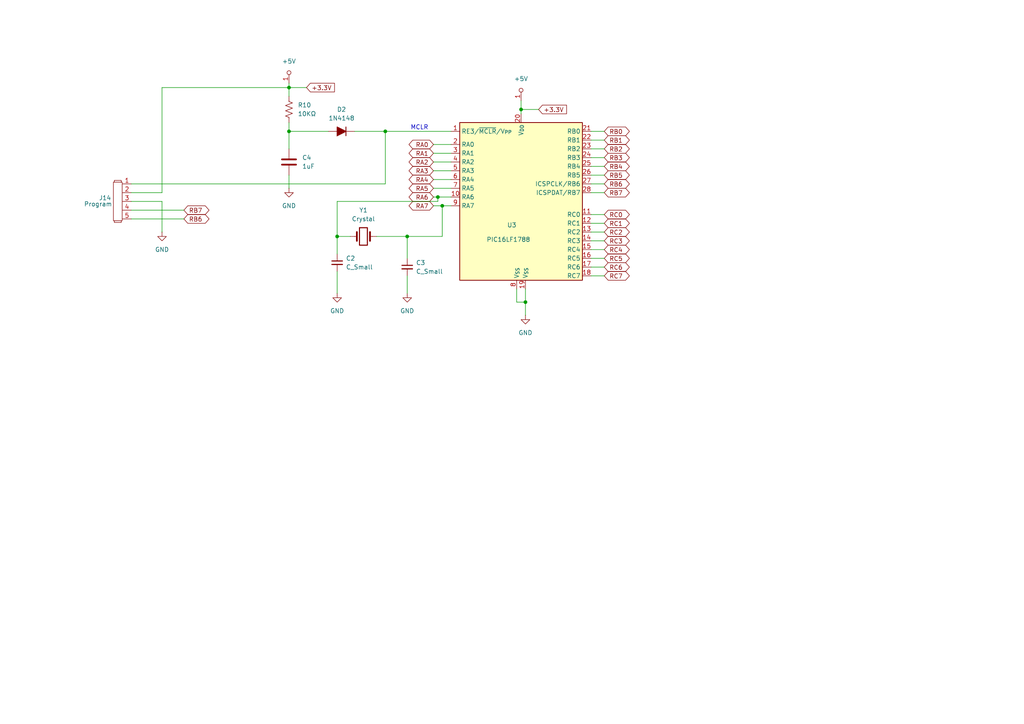
<source format=kicad_sch>
(kicad_sch
	(version 20250114)
	(generator "eeschema")
	(generator_version "9.0")
	(uuid "1cf797a2-2568-42f0-8944-2538e1de641f")
	(paper "A4")
	(title_block
		(title "Controller for Flooding Diorama")
		(date "2025-11-21")
		(rev "Revision 1")
		(company "Idaho State University College of Technology")
		(comment 1 "RCET Program")
		(comment 2 "Drawn By: Jacob Horsley")
	)
	(lib_symbols
		(symbol "Device:C"
			(pin_numbers
				(hide yes)
			)
			(pin_names
				(offset 0.254)
			)
			(exclude_from_sim no)
			(in_bom yes)
			(on_board yes)
			(property "Reference" "C"
				(at 0.635 2.54 0)
				(effects
					(font
						(size 1.27 1.27)
					)
					(justify left)
				)
			)
			(property "Value" "C"
				(at 0.635 -2.54 0)
				(effects
					(font
						(size 1.27 1.27)
					)
					(justify left)
				)
			)
			(property "Footprint" ""
				(at 0.9652 -3.81 0)
				(effects
					(font
						(size 1.27 1.27)
					)
					(hide yes)
				)
			)
			(property "Datasheet" "~"
				(at 0 0 0)
				(effects
					(font
						(size 1.27 1.27)
					)
					(hide yes)
				)
			)
			(property "Description" "Unpolarized capacitor"
				(at 0 0 0)
				(effects
					(font
						(size 1.27 1.27)
					)
					(hide yes)
				)
			)
			(property "ki_keywords" "cap capacitor"
				(at 0 0 0)
				(effects
					(font
						(size 1.27 1.27)
					)
					(hide yes)
				)
			)
			(property "ki_fp_filters" "C_*"
				(at 0 0 0)
				(effects
					(font
						(size 1.27 1.27)
					)
					(hide yes)
				)
			)
			(symbol "C_0_1"
				(polyline
					(pts
						(xy -2.032 0.762) (xy 2.032 0.762)
					)
					(stroke
						(width 0.508)
						(type default)
					)
					(fill
						(type none)
					)
				)
				(polyline
					(pts
						(xy -2.032 -0.762) (xy 2.032 -0.762)
					)
					(stroke
						(width 0.508)
						(type default)
					)
					(fill
						(type none)
					)
				)
			)
			(symbol "C_1_1"
				(pin passive line
					(at 0 3.81 270)
					(length 2.794)
					(name "~"
						(effects
							(font
								(size 1.27 1.27)
							)
						)
					)
					(number "1"
						(effects
							(font
								(size 1.27 1.27)
							)
						)
					)
				)
				(pin passive line
					(at 0 -3.81 90)
					(length 2.794)
					(name "~"
						(effects
							(font
								(size 1.27 1.27)
							)
						)
					)
					(number "2"
						(effects
							(font
								(size 1.27 1.27)
							)
						)
					)
				)
			)
			(embedded_fonts no)
		)
		(symbol "Device:C_Small"
			(pin_numbers
				(hide yes)
			)
			(pin_names
				(offset 0.254)
				(hide yes)
			)
			(exclude_from_sim no)
			(in_bom yes)
			(on_board yes)
			(property "Reference" "C"
				(at 0.254 1.778 0)
				(effects
					(font
						(size 1.27 1.27)
					)
					(justify left)
				)
			)
			(property "Value" "C_Small"
				(at 0.254 -2.032 0)
				(effects
					(font
						(size 1.27 1.27)
					)
					(justify left)
				)
			)
			(property "Footprint" ""
				(at 0 0 0)
				(effects
					(font
						(size 1.27 1.27)
					)
					(hide yes)
				)
			)
			(property "Datasheet" "~"
				(at 0 0 0)
				(effects
					(font
						(size 1.27 1.27)
					)
					(hide yes)
				)
			)
			(property "Description" "Unpolarized capacitor, small symbol"
				(at 0 0 0)
				(effects
					(font
						(size 1.27 1.27)
					)
					(hide yes)
				)
			)
			(property "ki_keywords" "capacitor cap"
				(at 0 0 0)
				(effects
					(font
						(size 1.27 1.27)
					)
					(hide yes)
				)
			)
			(property "ki_fp_filters" "C_*"
				(at 0 0 0)
				(effects
					(font
						(size 1.27 1.27)
					)
					(hide yes)
				)
			)
			(symbol "C_Small_0_1"
				(polyline
					(pts
						(xy -1.524 0.508) (xy 1.524 0.508)
					)
					(stroke
						(width 0.3048)
						(type default)
					)
					(fill
						(type none)
					)
				)
				(polyline
					(pts
						(xy -1.524 -0.508) (xy 1.524 -0.508)
					)
					(stroke
						(width 0.3302)
						(type default)
					)
					(fill
						(type none)
					)
				)
			)
			(symbol "C_Small_1_1"
				(pin passive line
					(at 0 2.54 270)
					(length 2.032)
					(name "~"
						(effects
							(font
								(size 1.27 1.27)
							)
						)
					)
					(number "1"
						(effects
							(font
								(size 1.27 1.27)
							)
						)
					)
				)
				(pin passive line
					(at 0 -2.54 90)
					(length 2.032)
					(name "~"
						(effects
							(font
								(size 1.27 1.27)
							)
						)
					)
					(number "2"
						(effects
							(font
								(size 1.27 1.27)
							)
						)
					)
				)
			)
			(embedded_fonts no)
		)
		(symbol "Device:Crystal"
			(pin_numbers
				(hide yes)
			)
			(pin_names
				(offset 1.016)
				(hide yes)
			)
			(exclude_from_sim no)
			(in_bom yes)
			(on_board yes)
			(property "Reference" "Y"
				(at 0 3.81 0)
				(effects
					(font
						(size 1.27 1.27)
					)
				)
			)
			(property "Value" "Crystal"
				(at 0 -3.81 0)
				(effects
					(font
						(size 1.27 1.27)
					)
				)
			)
			(property "Footprint" ""
				(at 0 0 0)
				(effects
					(font
						(size 1.27 1.27)
					)
					(hide yes)
				)
			)
			(property "Datasheet" "~"
				(at 0 0 0)
				(effects
					(font
						(size 1.27 1.27)
					)
					(hide yes)
				)
			)
			(property "Description" "Two pin crystal"
				(at 0 0 0)
				(effects
					(font
						(size 1.27 1.27)
					)
					(hide yes)
				)
			)
			(property "ki_keywords" "quartz ceramic resonator oscillator"
				(at 0 0 0)
				(effects
					(font
						(size 1.27 1.27)
					)
					(hide yes)
				)
			)
			(property "ki_fp_filters" "Crystal*"
				(at 0 0 0)
				(effects
					(font
						(size 1.27 1.27)
					)
					(hide yes)
				)
			)
			(symbol "Crystal_0_1"
				(polyline
					(pts
						(xy -2.54 0) (xy -1.905 0)
					)
					(stroke
						(width 0)
						(type default)
					)
					(fill
						(type none)
					)
				)
				(polyline
					(pts
						(xy -1.905 -1.27) (xy -1.905 1.27)
					)
					(stroke
						(width 0.508)
						(type default)
					)
					(fill
						(type none)
					)
				)
				(rectangle
					(start -1.143 2.54)
					(end 1.143 -2.54)
					(stroke
						(width 0.3048)
						(type default)
					)
					(fill
						(type none)
					)
				)
				(polyline
					(pts
						(xy 1.905 -1.27) (xy 1.905 1.27)
					)
					(stroke
						(width 0.508)
						(type default)
					)
					(fill
						(type none)
					)
				)
				(polyline
					(pts
						(xy 2.54 0) (xy 1.905 0)
					)
					(stroke
						(width 0)
						(type default)
					)
					(fill
						(type none)
					)
				)
			)
			(symbol "Crystal_1_1"
				(pin passive line
					(at -3.81 0 0)
					(length 1.27)
					(name "1"
						(effects
							(font
								(size 1.27 1.27)
							)
						)
					)
					(number "1"
						(effects
							(font
								(size 1.27 1.27)
							)
						)
					)
				)
				(pin passive line
					(at 3.81 0 180)
					(length 1.27)
					(name "2"
						(effects
							(font
								(size 1.27 1.27)
							)
						)
					)
					(number "2"
						(effects
							(font
								(size 1.27 1.27)
							)
						)
					)
				)
			)
			(embedded_fonts no)
		)
		(symbol "Device:R_US"
			(pin_numbers
				(hide yes)
			)
			(pin_names
				(offset 0)
			)
			(exclude_from_sim no)
			(in_bom yes)
			(on_board yes)
			(property "Reference" "R"
				(at 2.54 0 90)
				(effects
					(font
						(size 1.27 1.27)
					)
				)
			)
			(property "Value" "R_US"
				(at -2.54 0 90)
				(effects
					(font
						(size 1.27 1.27)
					)
				)
			)
			(property "Footprint" ""
				(at 1.016 -0.254 90)
				(effects
					(font
						(size 1.27 1.27)
					)
					(hide yes)
				)
			)
			(property "Datasheet" "~"
				(at 0 0 0)
				(effects
					(font
						(size 1.27 1.27)
					)
					(hide yes)
				)
			)
			(property "Description" "Resistor, US symbol"
				(at 0 0 0)
				(effects
					(font
						(size 1.27 1.27)
					)
					(hide yes)
				)
			)
			(property "ki_keywords" "R res resistor"
				(at 0 0 0)
				(effects
					(font
						(size 1.27 1.27)
					)
					(hide yes)
				)
			)
			(property "ki_fp_filters" "R_*"
				(at 0 0 0)
				(effects
					(font
						(size 1.27 1.27)
					)
					(hide yes)
				)
			)
			(symbol "R_US_0_1"
				(polyline
					(pts
						(xy 0 2.286) (xy 0 2.54)
					)
					(stroke
						(width 0)
						(type default)
					)
					(fill
						(type none)
					)
				)
				(polyline
					(pts
						(xy 0 2.286) (xy 1.016 1.905) (xy 0 1.524) (xy -1.016 1.143) (xy 0 0.762)
					)
					(stroke
						(width 0)
						(type default)
					)
					(fill
						(type none)
					)
				)
				(polyline
					(pts
						(xy 0 0.762) (xy 1.016 0.381) (xy 0 0) (xy -1.016 -0.381) (xy 0 -0.762)
					)
					(stroke
						(width 0)
						(type default)
					)
					(fill
						(type none)
					)
				)
				(polyline
					(pts
						(xy 0 -0.762) (xy 1.016 -1.143) (xy 0 -1.524) (xy -1.016 -1.905) (xy 0 -2.286)
					)
					(stroke
						(width 0)
						(type default)
					)
					(fill
						(type none)
					)
				)
				(polyline
					(pts
						(xy 0 -2.286) (xy 0 -2.54)
					)
					(stroke
						(width 0)
						(type default)
					)
					(fill
						(type none)
					)
				)
			)
			(symbol "R_US_1_1"
				(pin passive line
					(at 0 3.81 270)
					(length 1.27)
					(name "~"
						(effects
							(font
								(size 1.27 1.27)
							)
						)
					)
					(number "1"
						(effects
							(font
								(size 1.27 1.27)
							)
						)
					)
				)
				(pin passive line
					(at 0 -3.81 90)
					(length 1.27)
					(name "~"
						(effects
							(font
								(size 1.27 1.27)
							)
						)
					)
					(number "2"
						(effects
							(font
								(size 1.27 1.27)
							)
						)
					)
				)
			)
			(embedded_fonts no)
		)
		(symbol "Diode:1N4148"
			(pin_numbers
				(hide yes)
			)
			(pin_names
				(hide yes)
			)
			(exclude_from_sim no)
			(in_bom yes)
			(on_board yes)
			(property "Reference" "D2"
				(at 0 -6.35 0)
				(effects
					(font
						(size 1.27 1.27)
					)
				)
			)
			(property "Value" "1N4148"
				(at 0 -3.81 0)
				(effects
					(font
						(size 1.27 1.27)
					)
				)
			)
			(property "Footprint" "Diode_THT:D_DO-35_SOD27_P7.62mm_Horizontal"
				(at 0 0 0)
				(effects
					(font
						(size 1.27 1.27)
					)
					(hide yes)
				)
			)
			(property "Datasheet" "https://assets.nexperia.com/documents/data-sheet/1N4148_1N4448.pdf"
				(at 0 0 0)
				(effects
					(font
						(size 1.27 1.27)
					)
					(hide yes)
				)
			)
			(property "Description" "100V 0.15A standard switching diode, DO-35"
				(at 0 0 0)
				(effects
					(font
						(size 1.27 1.27)
					)
					(hide yes)
				)
			)
			(property "Sim.Device" "D"
				(at 0 0 0)
				(effects
					(font
						(size 1.27 1.27)
					)
					(hide yes)
				)
			)
			(property "Sim.Pins" "1=K 2=A"
				(at 0 0 0)
				(effects
					(font
						(size 1.27 1.27)
					)
					(hide yes)
				)
			)
			(property "ki_keywords" "diode"
				(at 0 0 0)
				(effects
					(font
						(size 1.27 1.27)
					)
					(hide yes)
				)
			)
			(property "ki_fp_filters" "D*DO?35*"
				(at 0 0 0)
				(effects
					(font
						(size 1.27 1.27)
					)
					(hide yes)
				)
			)
			(symbol "1N4148_0_1"
				(polyline
					(pts
						(xy -1.27 1.27) (xy -1.27 -1.27)
					)
					(stroke
						(width 0.254)
						(type default)
					)
					(fill
						(type none)
					)
				)
				(polyline
					(pts
						(xy 1.27 1.27) (xy 1.27 -1.27) (xy -1.27 0) (xy 1.27 1.27)
					)
					(stroke
						(width 0.254)
						(type default)
					)
					(fill
						(type outline)
					)
				)
				(polyline
					(pts
						(xy 1.27 0) (xy -1.27 0)
					)
					(stroke
						(width 0)
						(type default)
					)
					(fill
						(type none)
					)
				)
			)
			(symbol "1N4148_1_1"
				(pin passive line
					(at -3.81 0 0)
					(length 2.54)
					(name "K"
						(effects
							(font
								(size 1.27 1.27)
							)
						)
					)
					(number "1"
						(effects
							(font
								(size 1.27 1.27)
							)
						)
					)
				)
				(pin passive line
					(at 3.81 0 180)
					(length 2.54)
					(name "A"
						(effects
							(font
								(size 1.27 1.27)
							)
						)
					)
					(number "2"
						(effects
							(font
								(size 1.27 1.27)
							)
						)
					)
				)
			)
			(embedded_fonts no)
		)
		(symbol "MCU_Microchip_PIC16:PIC16LF1786-xML"
			(exclude_from_sim no)
			(in_bom yes)
			(on_board yes)
			(property "Reference" "U3"
				(at -5.334 -6.858 0)
				(effects
					(font
						(size 1.27 1.27)
					)
					(justify left)
				)
			)
			(property "Value" "PIC16LF1788"
				(at -11.303 -11.049 0)
				(effects
					(font
						(size 1.27 1.27)
					)
					(justify left)
				)
			)
			(property "Footprint" "Package_DFN_QFN:QFN-28-1EP_6x6mm_P0.65mm_EP4.25x4.25mm"
				(at 0 -32.004 0)
				(effects
					(font
						(size 1.27 1.27)
						(italic yes)
					)
					(hide yes)
				)
			)
			(property "Datasheet" "http://ww1.microchip.com/downloads/en/DeviceDoc/40001637C.pdf"
				(at 0 -34.0106 0)
				(effects
					(font
						(size 1.27 1.27)
					)
					(hide yes)
				)
			)
			(property "Description" "8-bit Flash MCU, 32MHz, 16KB Flash, 1KB RAM, 256B EEPROM, QFN-28"
				(at -1.778 32.258 0)
				(effects
					(font
						(size 1.27 1.27)
					)
					(hide yes)
				)
			)
			(property "ki_keywords" "FLASH-Based 8-Bit CMOS Microcontroller XLP"
				(at 0 0 0)
				(effects
					(font
						(size 1.27 1.27)
					)
					(hide yes)
				)
			)
			(property "ki_fp_filters" "QFN*1EP*6x6mm*P0.65mm*"
				(at 0 0 0)
				(effects
					(font
						(size 1.27 1.27)
					)
					(hide yes)
				)
			)
			(symbol "PIC16LF1786-xML_0_1"
				(rectangle
					(start -19.05 22.86)
					(end 16.51 -22.86)
					(stroke
						(width 0.254)
						(type default)
					)
					(fill
						(type background)
					)
				)
			)
			(symbol "PIC16LF1786-xML_1_1"
				(pin input line
					(at -21.59 20.32 0)
					(length 2.54)
					(name "RE3/~{MCLR}/V_{PP}"
						(effects
							(font
								(size 1.27 1.27)
							)
						)
					)
					(number "1"
						(effects
							(font
								(size 1.27 1.27)
							)
						)
					)
				)
				(pin bidirectional line
					(at -21.59 16.51 0)
					(length 2.54)
					(name "RA0"
						(effects
							(font
								(size 1.27 1.27)
							)
						)
					)
					(number "2"
						(effects
							(font
								(size 1.27 1.27)
							)
						)
					)
				)
				(pin bidirectional line
					(at -21.59 13.97 0)
					(length 2.54)
					(name "RA1"
						(effects
							(font
								(size 1.27 1.27)
							)
						)
					)
					(number "3"
						(effects
							(font
								(size 1.27 1.27)
							)
						)
					)
				)
				(pin bidirectional line
					(at -21.59 11.43 0)
					(length 2.54)
					(name "RA2"
						(effects
							(font
								(size 1.27 1.27)
							)
						)
					)
					(number "4"
						(effects
							(font
								(size 1.27 1.27)
							)
						)
					)
				)
				(pin bidirectional line
					(at -21.59 8.89 0)
					(length 2.54)
					(name "RA3"
						(effects
							(font
								(size 1.27 1.27)
							)
						)
					)
					(number "5"
						(effects
							(font
								(size 1.27 1.27)
							)
						)
					)
				)
				(pin bidirectional line
					(at -21.59 6.35 0)
					(length 2.54)
					(name "RA4"
						(effects
							(font
								(size 1.27 1.27)
							)
						)
					)
					(number "6"
						(effects
							(font
								(size 1.27 1.27)
							)
						)
					)
				)
				(pin bidirectional line
					(at -21.59 3.81 0)
					(length 2.54)
					(name "RA5"
						(effects
							(font
								(size 1.27 1.27)
							)
						)
					)
					(number "7"
						(effects
							(font
								(size 1.27 1.27)
							)
						)
					)
				)
				(pin bidirectional line
					(at -21.59 1.27 0)
					(length 2.54)
					(name "RA6"
						(effects
							(font
								(size 1.27 1.27)
							)
						)
					)
					(number "10"
						(effects
							(font
								(size 1.27 1.27)
							)
						)
					)
				)
				(pin bidirectional line
					(at -21.59 -1.27 0)
					(length 2.54)
					(name "RA7"
						(effects
							(font
								(size 1.27 1.27)
							)
						)
					)
					(number "9"
						(effects
							(font
								(size 1.27 1.27)
							)
						)
					)
				)
				(pin passive line
					(at -2.54 -25.4 90)
					(length 2.54)
					(name "V_{SS}"
						(effects
							(font
								(size 1.27 1.27)
							)
						)
					)
					(number "8"
						(effects
							(font
								(size 1.27 1.27)
							)
						)
					)
				)
				(pin power_in line
					(at -1.27 25.4 270)
					(length 2.54)
					(name "V_{DD}"
						(effects
							(font
								(size 1.27 1.27)
							)
						)
					)
					(number "20"
						(effects
							(font
								(size 1.27 1.27)
							)
						)
					)
				)
				(pin power_in line
					(at 0 -25.4 90)
					(length 2.54)
					(name "V_{SS}"
						(effects
							(font
								(size 1.27 1.27)
							)
						)
					)
					(number "19"
						(effects
							(font
								(size 1.27 1.27)
							)
						)
					)
				)
				(pin bidirectional line
					(at 19.05 20.32 180)
					(length 2.54)
					(name "RB0"
						(effects
							(font
								(size 1.27 1.27)
							)
						)
					)
					(number "21"
						(effects
							(font
								(size 1.27 1.27)
							)
						)
					)
				)
				(pin bidirectional line
					(at 19.05 17.78 180)
					(length 2.54)
					(name "RB1"
						(effects
							(font
								(size 1.27 1.27)
							)
						)
					)
					(number "22"
						(effects
							(font
								(size 1.27 1.27)
							)
						)
					)
				)
				(pin bidirectional line
					(at 19.05 15.24 180)
					(length 2.54)
					(name "RB2"
						(effects
							(font
								(size 1.27 1.27)
							)
						)
					)
					(number "23"
						(effects
							(font
								(size 1.27 1.27)
							)
						)
					)
				)
				(pin bidirectional line
					(at 19.05 12.7 180)
					(length 2.54)
					(name "RB3"
						(effects
							(font
								(size 1.27 1.27)
							)
						)
					)
					(number "24"
						(effects
							(font
								(size 1.27 1.27)
							)
						)
					)
				)
				(pin bidirectional line
					(at 19.05 10.16 180)
					(length 2.54)
					(name "RB4"
						(effects
							(font
								(size 1.27 1.27)
							)
						)
					)
					(number "25"
						(effects
							(font
								(size 1.27 1.27)
							)
						)
					)
				)
				(pin bidirectional line
					(at 19.05 7.62 180)
					(length 2.54)
					(name "RB5"
						(effects
							(font
								(size 1.27 1.27)
							)
						)
					)
					(number "26"
						(effects
							(font
								(size 1.27 1.27)
							)
						)
					)
				)
				(pin bidirectional line
					(at 19.05 5.08 180)
					(length 2.54)
					(name "ICSPCLK/RB6"
						(effects
							(font
								(size 1.27 1.27)
							)
						)
					)
					(number "27"
						(effects
							(font
								(size 1.27 1.27)
							)
						)
					)
				)
				(pin bidirectional line
					(at 19.05 2.54 180)
					(length 2.54)
					(name "ICSPDAT/RB7"
						(effects
							(font
								(size 1.27 1.27)
							)
						)
					)
					(number "28"
						(effects
							(font
								(size 1.27 1.27)
							)
						)
					)
				)
				(pin bidirectional line
					(at 19.05 -3.81 180)
					(length 2.54)
					(name "RC0"
						(effects
							(font
								(size 1.27 1.27)
							)
						)
					)
					(number "11"
						(effects
							(font
								(size 1.27 1.27)
							)
						)
					)
				)
				(pin bidirectional line
					(at 19.05 -6.35 180)
					(length 2.54)
					(name "RC1"
						(effects
							(font
								(size 1.27 1.27)
							)
						)
					)
					(number "12"
						(effects
							(font
								(size 1.27 1.27)
							)
						)
					)
				)
				(pin bidirectional line
					(at 19.05 -8.89 180)
					(length 2.54)
					(name "RC2"
						(effects
							(font
								(size 1.27 1.27)
							)
						)
					)
					(number "13"
						(effects
							(font
								(size 1.27 1.27)
							)
						)
					)
				)
				(pin bidirectional line
					(at 19.05 -11.43 180)
					(length 2.54)
					(name "RC3"
						(effects
							(font
								(size 1.27 1.27)
							)
						)
					)
					(number "14"
						(effects
							(font
								(size 1.27 1.27)
							)
						)
					)
				)
				(pin bidirectional line
					(at 19.05 -13.97 180)
					(length 2.54)
					(name "RC4"
						(effects
							(font
								(size 1.27 1.27)
							)
						)
					)
					(number "15"
						(effects
							(font
								(size 1.27 1.27)
							)
						)
					)
				)
				(pin bidirectional line
					(at 19.05 -16.51 180)
					(length 2.54)
					(name "RC5"
						(effects
							(font
								(size 1.27 1.27)
							)
						)
					)
					(number "16"
						(effects
							(font
								(size 1.27 1.27)
							)
						)
					)
				)
				(pin bidirectional line
					(at 19.05 -19.05 180)
					(length 2.54)
					(name "RC6"
						(effects
							(font
								(size 1.27 1.27)
							)
						)
					)
					(number "17"
						(effects
							(font
								(size 1.27 1.27)
							)
						)
					)
				)
				(pin bidirectional line
					(at 19.05 -21.59 180)
					(length 2.54)
					(name "RC7"
						(effects
							(font
								(size 1.27 1.27)
							)
						)
					)
					(number "18"
						(effects
							(font
								(size 1.27 1.27)
							)
						)
					)
				)
			)
			(embedded_fonts no)
		)
		(symbol "New_Library_2:+5V"
			(power)
			(exclude_from_sim no)
			(in_bom no)
			(on_board no)
			(property "Reference" "#PWR028"
				(at 0 0.254 0)
				(effects
					(font
						(size 1.27 1.27)
					)
					(hide yes)
				)
			)
			(property "Value" "+5V"
				(at 0 3.81 0)
				(effects
					(font
						(size 1.27 1.27)
					)
				)
			)
			(property "Footprint" ""
				(at 0 0 0)
				(effects
					(font
						(size 1.27 1.27)
					)
					(hide yes)
				)
			)
			(property "Datasheet" ""
				(at 0 0 0)
				(effects
					(font
						(size 1.27 1.27)
					)
					(hide yes)
				)
			)
			(property "Description" ""
				(at 0 0 0)
				(effects
					(font
						(size 1.27 1.27)
					)
					(hide yes)
				)
			)
			(symbol "+5V_0_1"
				(circle
					(center 0 0.508)
					(radius 0.568)
					(stroke
						(width 0)
						(type default)
					)
					(fill
						(type none)
					)
				)
			)
			(symbol "+5V_1_1"
				(pin power_out line
					(at 0 -2.54 90)
					(length 2.54)
					(name ""
						(effects
							(font
								(size 1.27 1.27)
							)
						)
					)
					(number "1"
						(effects
							(font
								(size 1.27 1.27)
							)
						)
					)
				)
			)
			(embedded_fonts no)
		)
		(symbol "New_Library_2:Four_Pin_Header_Revised"
			(exclude_from_sim no)
			(in_bom yes)
			(on_board yes)
			(property "Reference" "U2"
				(at -0.127 9.779 0)
				(effects
					(font
						(size 1.27 1.27)
					)
				)
			)
			(property "Value" "~"
				(at 0.0635 -4.826 0)
				(effects
					(font
						(size 1.27 1.27)
					)
				)
			)
			(property "Footprint" ""
				(at 0.127 0.254 0)
				(effects
					(font
						(size 1.27 1.27)
					)
					(hide yes)
				)
			)
			(property "Datasheet" ""
				(at 0.127 0.254 0)
				(effects
					(font
						(size 1.27 1.27)
					)
					(hide yes)
				)
			)
			(property "Description" ""
				(at 0.127 0.254 0)
				(effects
					(font
						(size 1.27 1.27)
					)
					(hide yes)
				)
			)
			(symbol "Four_Pin_Header_Revised_0_1"
				(rectangle
					(start -1.143 6.858)
					(end 1.397 -4.318)
					(stroke
						(width 0)
						(type default)
					)
					(fill
						(type none)
					)
				)
				(polyline
					(pts
						(xy -0.889 6.858) (xy -0.889 7.366) (xy 1.143 7.366) (xy 1.143 6.858) (xy 1.143 6.985)
					)
					(stroke
						(width 0)
						(type default)
					)
					(fill
						(type none)
					)
				)
				(polyline
					(pts
						(xy 1.143 -4.318) (xy 1.143 -4.826) (xy -0.889 -4.826) (xy -0.889 -4.318) (xy -0.889 -4.445)
					)
					(stroke
						(width 0)
						(type default)
					)
					(fill
						(type none)
					)
				)
			)
			(symbol "Four_Pin_Header_Revised_1_1"
				(pin bidirectional line
					(at -3.81 6.35 0)
					(length 2.54)
					(name ""
						(effects
							(font
								(size 1.27 1.27)
							)
						)
					)
					(number "1"
						(effects
							(font
								(size 1.27 1.27)
							)
						)
					)
				)
				(pin bidirectional line
					(at -3.81 3.81 0)
					(length 2.54)
					(name ""
						(effects
							(font
								(size 1.27 1.27)
							)
						)
					)
					(number "2"
						(effects
							(font
								(size 1.27 1.27)
							)
						)
					)
				)
				(pin bidirectional line
					(at -3.81 1.27 0)
					(length 2.54)
					(name ""
						(effects
							(font
								(size 1.27 1.27)
							)
						)
					)
					(number "3"
						(effects
							(font
								(size 1.27 1.27)
							)
						)
					)
				)
				(pin bidirectional line
					(at -3.81 -1.27 0)
					(length 2.54)
					(name ""
						(effects
							(font
								(size 1.27 1.27)
							)
						)
					)
					(number "4"
						(effects
							(font
								(size 1.27 1.27)
							)
						)
					)
				)
				(pin input line
					(at -3.81 -3.81 0)
					(length 2.54)
					(name "~"
						(effects
							(font
								(size 1.27 1.27)
							)
						)
					)
					(number "5"
						(effects
							(font
								(size 1.27 1.27)
							)
						)
					)
				)
			)
			(embedded_fonts no)
		)
		(symbol "power:GND"
			(power)
			(pin_numbers
				(hide yes)
			)
			(pin_names
				(offset 0)
				(hide yes)
			)
			(exclude_from_sim no)
			(in_bom yes)
			(on_board yes)
			(property "Reference" "#PWR"
				(at 0 -6.35 0)
				(effects
					(font
						(size 1.27 1.27)
					)
					(hide yes)
				)
			)
			(property "Value" "GND"
				(at 0 -3.81 0)
				(effects
					(font
						(size 1.27 1.27)
					)
				)
			)
			(property "Footprint" ""
				(at 0 0 0)
				(effects
					(font
						(size 1.27 1.27)
					)
					(hide yes)
				)
			)
			(property "Datasheet" ""
				(at 0 0 0)
				(effects
					(font
						(size 1.27 1.27)
					)
					(hide yes)
				)
			)
			(property "Description" "Power symbol creates a global label with name \"GND\" , ground"
				(at 0 0 0)
				(effects
					(font
						(size 1.27 1.27)
					)
					(hide yes)
				)
			)
			(property "ki_keywords" "global power"
				(at 0 0 0)
				(effects
					(font
						(size 1.27 1.27)
					)
					(hide yes)
				)
			)
			(symbol "GND_0_1"
				(polyline
					(pts
						(xy 0 0) (xy 0 -1.27) (xy 1.27 -1.27) (xy 0 -2.54) (xy -1.27 -1.27) (xy 0 -1.27)
					)
					(stroke
						(width 0)
						(type default)
					)
					(fill
						(type none)
					)
				)
			)
			(symbol "GND_1_1"
				(pin power_in line
					(at 0 0 270)
					(length 0)
					(name "~"
						(effects
							(font
								(size 1.27 1.27)
							)
						)
					)
					(number "1"
						(effects
							(font
								(size 1.27 1.27)
							)
						)
					)
				)
			)
			(embedded_fonts no)
		)
	)
	(text "MCLR\n"
		(exclude_from_sim no)
		(at 121.666 37.084 0)
		(effects
			(font
				(size 1.27 1.27)
			)
		)
		(uuid "7f641e28-5ddf-4013-9394-27228aa84ab4")
	)
	(junction
		(at 111.76 38.1)
		(diameter 0)
		(color 0 0 0 0)
		(uuid "0b920055-51ce-4ad4-9e84-47711a74c7f5")
	)
	(junction
		(at 151.13 31.75)
		(diameter 0)
		(color 0 0 0 0)
		(uuid "15bfc247-f625-4a04-81a6-bc96a43c3675")
	)
	(junction
		(at 152.4 87.63)
		(diameter 0)
		(color 0 0 0 0)
		(uuid "15c3cea4-93e1-422e-bc6c-a103d95f3398")
	)
	(junction
		(at 118.11 68.58)
		(diameter 0)
		(color 0 0 0 0)
		(uuid "30aa9836-499e-4510-8af1-09956c6a3e3d")
	)
	(junction
		(at 128.27 59.69)
		(diameter 0)
		(color 0 0 0 0)
		(uuid "776c0ade-b5d8-4f13-a967-65987f3cf4b1")
	)
	(junction
		(at 127 57.15)
		(diameter 0)
		(color 0 0 0 0)
		(uuid "7b3ca4d5-dc71-49f4-969f-b19863b3dc2a")
	)
	(junction
		(at 83.82 25.4)
		(diameter 0)
		(color 0 0 0 0)
		(uuid "a309f338-1256-48ef-9bcb-d626dfa4beed")
	)
	(junction
		(at 83.82 38.1)
		(diameter 0)
		(color 0 0 0 0)
		(uuid "b96c8407-f0f6-4396-bfb2-483eb26235bb")
	)
	(junction
		(at 97.79 68.58)
		(diameter 0)
		(color 0 0 0 0)
		(uuid "c794113c-670f-47d8-b811-aa399d553460")
	)
	(wire
		(pts
			(xy 125.73 46.99) (xy 130.81 46.99)
		)
		(stroke
			(width 0)
			(type default)
		)
		(uuid "01a77258-b059-4805-8b78-cfe022663df3")
	)
	(wire
		(pts
			(xy 171.45 50.8) (xy 175.26 50.8)
		)
		(stroke
			(width 0)
			(type default)
		)
		(uuid "024ca8d4-aab2-4526-b336-abe7654cfacd")
	)
	(wire
		(pts
			(xy 125.73 52.07) (xy 130.81 52.07)
		)
		(stroke
			(width 0)
			(type default)
		)
		(uuid "0452d3cb-388c-415e-93d1-de3247029cbf")
	)
	(wire
		(pts
			(xy 97.79 73.66) (xy 97.79 68.58)
		)
		(stroke
			(width 0)
			(type default)
		)
		(uuid "04e9ddbc-1be7-4141-8e55-011f391c8c8d")
	)
	(wire
		(pts
			(xy 127 57.15) (xy 130.81 57.15)
		)
		(stroke
			(width 0)
			(type default)
		)
		(uuid "06219300-6418-41f6-a699-945ed9bd76dc")
	)
	(wire
		(pts
			(xy 109.22 68.58) (xy 118.11 68.58)
		)
		(stroke
			(width 0)
			(type default)
		)
		(uuid "18fa6f4d-2421-4b82-9e8b-ec125b7c95c6")
	)
	(wire
		(pts
			(xy 171.45 40.64) (xy 175.26 40.64)
		)
		(stroke
			(width 0)
			(type default)
		)
		(uuid "213d425d-87e9-4c2d-a199-edf69268a546")
	)
	(wire
		(pts
			(xy 127 58.42) (xy 127 57.15)
		)
		(stroke
			(width 0)
			(type default)
		)
		(uuid "21bcdd56-c5b7-4821-9e71-bda2f694d041")
	)
	(wire
		(pts
			(xy 171.45 67.31) (xy 175.26 67.31)
		)
		(stroke
			(width 0)
			(type default)
		)
		(uuid "22786e72-63c9-4d09-bfe5-6269aaa8c923")
	)
	(wire
		(pts
			(xy 38.1 60.96) (xy 53.34 60.96)
		)
		(stroke
			(width 0)
			(type default)
		)
		(uuid "29fe8312-e847-41d4-897a-dcb4fc21e364")
	)
	(wire
		(pts
			(xy 38.1 55.88) (xy 46.99 55.88)
		)
		(stroke
			(width 0)
			(type default)
		)
		(uuid "2a7822c0-71f2-4e9b-9c91-5316bb198acd")
	)
	(wire
		(pts
			(xy 83.82 25.4) (xy 83.82 27.94)
		)
		(stroke
			(width 0)
			(type default)
		)
		(uuid "2db14f62-4bcc-4a72-9d73-fffeb587aa32")
	)
	(wire
		(pts
			(xy 128.27 68.58) (xy 128.27 59.69)
		)
		(stroke
			(width 0)
			(type default)
		)
		(uuid "33e430b1-4cfc-45ac-a914-ebac49914dd9")
	)
	(wire
		(pts
			(xy 125.73 54.61) (xy 130.81 54.61)
		)
		(stroke
			(width 0)
			(type default)
		)
		(uuid "37349c3f-a676-459b-8c3f-b24cfed7c074")
	)
	(wire
		(pts
			(xy 152.4 83.82) (xy 152.4 87.63)
		)
		(stroke
			(width 0)
			(type default)
		)
		(uuid "398c2cc5-d731-4b3a-8460-5902e9c31b32")
	)
	(wire
		(pts
			(xy 83.82 38.1) (xy 83.82 43.18)
		)
		(stroke
			(width 0)
			(type default)
		)
		(uuid "3eef88a4-4f2e-4e0b-93f4-964026304fde")
	)
	(wire
		(pts
			(xy 83.82 38.1) (xy 95.25 38.1)
		)
		(stroke
			(width 0)
			(type default)
		)
		(uuid "4c217be0-a863-4088-85b5-a647fff7e0b9")
	)
	(wire
		(pts
			(xy 46.99 25.4) (xy 83.82 25.4)
		)
		(stroke
			(width 0)
			(type default)
		)
		(uuid "514b335c-eb8f-4c5b-891b-6bc7f61d6104")
	)
	(wire
		(pts
			(xy 171.45 48.26) (xy 175.26 48.26)
		)
		(stroke
			(width 0)
			(type default)
		)
		(uuid "5224e391-10dd-4bfa-82ac-a4e2efa00bf7")
	)
	(wire
		(pts
			(xy 171.45 77.47) (xy 175.26 77.47)
		)
		(stroke
			(width 0)
			(type default)
		)
		(uuid "529d9d4e-1b00-4f86-8ce3-c97041260d18")
	)
	(wire
		(pts
			(xy 46.99 58.42) (xy 46.99 67.31)
		)
		(stroke
			(width 0)
			(type default)
		)
		(uuid "5c4330ad-5613-4fa3-85c5-bb0a93101394")
	)
	(wire
		(pts
			(xy 83.82 35.56) (xy 83.82 38.1)
		)
		(stroke
			(width 0)
			(type default)
		)
		(uuid "5fe4d29e-b434-4d13-a9da-06f80e8e1595")
	)
	(wire
		(pts
			(xy 171.45 55.88) (xy 175.26 55.88)
		)
		(stroke
			(width 0)
			(type default)
		)
		(uuid "690fe55d-5af8-48e8-8e6f-9e7af0e082e4")
	)
	(wire
		(pts
			(xy 102.87 38.1) (xy 111.76 38.1)
		)
		(stroke
			(width 0)
			(type default)
		)
		(uuid "69a5394d-89fa-4e21-aa29-abeda437a358")
	)
	(wire
		(pts
			(xy 83.82 50.8) (xy 83.82 54.61)
		)
		(stroke
			(width 0)
			(type default)
		)
		(uuid "69b799d9-5f71-42fb-9cb1-6b4bc7e7c41c")
	)
	(wire
		(pts
			(xy 171.45 80.01) (xy 175.26 80.01)
		)
		(stroke
			(width 0)
			(type default)
		)
		(uuid "6a800622-abc8-4c2a-816d-4a040e7d65c0")
	)
	(wire
		(pts
			(xy 149.86 83.82) (xy 149.86 87.63)
		)
		(stroke
			(width 0)
			(type default)
		)
		(uuid "70df75ed-aa92-4aee-a7ca-bd7ad030120a")
	)
	(wire
		(pts
			(xy 152.4 87.63) (xy 152.4 91.44)
		)
		(stroke
			(width 0)
			(type default)
		)
		(uuid "729e03b3-32ae-41f7-bd64-5ad0bb738327")
	)
	(wire
		(pts
			(xy 171.45 69.85) (xy 175.26 69.85)
		)
		(stroke
			(width 0)
			(type default)
		)
		(uuid "7b4bd28a-51b0-4102-8579-5d28f3861247")
	)
	(wire
		(pts
			(xy 118.11 80.01) (xy 118.11 85.09)
		)
		(stroke
			(width 0)
			(type default)
		)
		(uuid "89d48b04-e2b1-4b46-b9f7-b81425801170")
	)
	(wire
		(pts
			(xy 171.45 72.39) (xy 175.26 72.39)
		)
		(stroke
			(width 0)
			(type default)
		)
		(uuid "8c6f6131-10c1-4fc9-bf28-79bfe561f1c2")
	)
	(wire
		(pts
			(xy 149.86 87.63) (xy 152.4 87.63)
		)
		(stroke
			(width 0)
			(type default)
		)
		(uuid "94276801-7c0d-4739-849d-591e3608448c")
	)
	(wire
		(pts
			(xy 83.82 25.4) (xy 88.9 25.4)
		)
		(stroke
			(width 0)
			(type default)
		)
		(uuid "97809253-37f3-4cea-8cef-085017f25a70")
	)
	(wire
		(pts
			(xy 97.79 68.58) (xy 97.79 58.42)
		)
		(stroke
			(width 0)
			(type default)
		)
		(uuid "98269c3e-7675-4605-bb56-8f92d124db5e")
	)
	(wire
		(pts
			(xy 171.45 62.23) (xy 175.26 62.23)
		)
		(stroke
			(width 0)
			(type default)
		)
		(uuid "9fa01bb2-804e-44d5-85c8-76c668b2b18a")
	)
	(wire
		(pts
			(xy 97.79 68.58) (xy 101.6 68.58)
		)
		(stroke
			(width 0)
			(type default)
		)
		(uuid "a2465417-636d-42d2-b9e5-a32982742f14")
	)
	(wire
		(pts
			(xy 125.73 59.69) (xy 128.27 59.69)
		)
		(stroke
			(width 0)
			(type default)
		)
		(uuid "a8718bfe-10fa-4fcc-b136-b9991f5a2882")
	)
	(wire
		(pts
			(xy 83.82 24.13) (xy 83.82 25.4)
		)
		(stroke
			(width 0)
			(type default)
		)
		(uuid "aec2d0ba-2540-4ead-8a9e-637e13a3a9b9")
	)
	(wire
		(pts
			(xy 38.1 58.42) (xy 46.99 58.42)
		)
		(stroke
			(width 0)
			(type default)
		)
		(uuid "b053bfea-ac31-4532-8b51-8485282646e2")
	)
	(wire
		(pts
			(xy 111.76 53.34) (xy 111.76 38.1)
		)
		(stroke
			(width 0)
			(type default)
		)
		(uuid "b07d028f-8835-42a9-924d-35ffd9394da0")
	)
	(wire
		(pts
			(xy 125.73 44.45) (xy 130.81 44.45)
		)
		(stroke
			(width 0)
			(type default)
		)
		(uuid "b26ab9f9-056e-4934-ad6a-1097a2611a7c")
	)
	(wire
		(pts
			(xy 128.27 59.69) (xy 130.81 59.69)
		)
		(stroke
			(width 0)
			(type default)
		)
		(uuid "b2f05493-3012-40aa-a370-fa43f80c767c")
	)
	(wire
		(pts
			(xy 111.76 38.1) (xy 130.81 38.1)
		)
		(stroke
			(width 0)
			(type default)
		)
		(uuid "b3c5c0ce-e04a-4565-856f-19835a16d4c5")
	)
	(wire
		(pts
			(xy 171.45 45.72) (xy 175.26 45.72)
		)
		(stroke
			(width 0)
			(type default)
		)
		(uuid "bb870bde-072d-41a8-87e8-61d54e4ab5c7")
	)
	(wire
		(pts
			(xy 151.13 31.75) (xy 156.21 31.75)
		)
		(stroke
			(width 0)
			(type default)
		)
		(uuid "bfb34c50-14e8-419c-b152-825d498e7584")
	)
	(wire
		(pts
			(xy 125.73 57.15) (xy 127 57.15)
		)
		(stroke
			(width 0)
			(type default)
		)
		(uuid "c1e97a1f-4751-4a49-8631-91f97876d592")
	)
	(wire
		(pts
			(xy 171.45 74.93) (xy 175.26 74.93)
		)
		(stroke
			(width 0)
			(type default)
		)
		(uuid "c23edacf-2032-45c3-9a5e-d44ffc06c0b0")
	)
	(wire
		(pts
			(xy 171.45 64.77) (xy 175.26 64.77)
		)
		(stroke
			(width 0)
			(type default)
		)
		(uuid "cc7794ef-e329-4165-bdd1-26093b4be59c")
	)
	(wire
		(pts
			(xy 171.45 38.1) (xy 175.26 38.1)
		)
		(stroke
			(width 0)
			(type default)
		)
		(uuid "d0f261e8-4b3d-4f8c-89a8-9102324fab54")
	)
	(wire
		(pts
			(xy 125.73 49.53) (xy 130.81 49.53)
		)
		(stroke
			(width 0)
			(type default)
		)
		(uuid "d1c407b7-e627-4c1a-b538-14b97e0fd598")
	)
	(wire
		(pts
			(xy 97.79 78.74) (xy 97.79 85.09)
		)
		(stroke
			(width 0)
			(type default)
		)
		(uuid "d349a71f-eb15-43ce-9f98-3cdaaff453a8")
	)
	(wire
		(pts
			(xy 97.79 58.42) (xy 127 58.42)
		)
		(stroke
			(width 0)
			(type default)
		)
		(uuid "d56ceb65-ce21-4c93-a907-81fa1df2ba5e")
	)
	(wire
		(pts
			(xy 151.13 29.21) (xy 151.13 31.75)
		)
		(stroke
			(width 0)
			(type default)
		)
		(uuid "d71bb28e-9446-4f69-948b-f64c32f35c15")
	)
	(wire
		(pts
			(xy 118.11 68.58) (xy 128.27 68.58)
		)
		(stroke
			(width 0)
			(type default)
		)
		(uuid "d9a0b2f4-ec4e-4b21-b606-9aecbf9d4805")
	)
	(wire
		(pts
			(xy 38.1 53.34) (xy 111.76 53.34)
		)
		(stroke
			(width 0)
			(type default)
		)
		(uuid "e2ed65a0-ad02-4626-9f1d-bc8f17798030")
	)
	(wire
		(pts
			(xy 151.13 31.75) (xy 151.13 33.02)
		)
		(stroke
			(width 0)
			(type default)
		)
		(uuid "e37085eb-ac90-48e2-b338-f4a4dcadb4e5")
	)
	(wire
		(pts
			(xy 118.11 68.58) (xy 118.11 74.93)
		)
		(stroke
			(width 0)
			(type default)
		)
		(uuid "e51d5e67-c055-4bc7-bef2-0033c9239ef1")
	)
	(wire
		(pts
			(xy 38.1 63.5) (xy 53.34 63.5)
		)
		(stroke
			(width 0)
			(type default)
		)
		(uuid "e827b6a1-ba28-4f1d-8786-854afc8468e9")
	)
	(wire
		(pts
			(xy 46.99 25.4) (xy 46.99 55.88)
		)
		(stroke
			(width 0)
			(type default)
		)
		(uuid "eab6c01f-f450-47ff-bdcd-7e856ab58204")
	)
	(wire
		(pts
			(xy 171.45 43.18) (xy 175.26 43.18)
		)
		(stroke
			(width 0)
			(type default)
		)
		(uuid "eb235235-55dd-4647-a9f6-6987129bd769")
	)
	(wire
		(pts
			(xy 171.45 53.34) (xy 175.26 53.34)
		)
		(stroke
			(width 0)
			(type default)
		)
		(uuid "ed6f764b-80d5-49f4-bfe0-99373b19722a")
	)
	(wire
		(pts
			(xy 125.73 41.91) (xy 130.81 41.91)
		)
		(stroke
			(width 0)
			(type default)
		)
		(uuid "f98970fe-9798-4ba4-afe6-9e7f0fcace65")
	)
	(global_label "RC6"
		(shape bidirectional)
		(at 175.26 77.47 0)
		(fields_autoplaced yes)
		(effects
			(font
				(size 1.27 1.27)
			)
			(justify left)
		)
		(uuid "0123ff69-23ad-41a7-ad99-46a61ec3e5b1")
		(property "Intersheetrefs" "${INTERSHEET_REFS}"
			(at 183.106 77.47 0)
			(effects
				(font
					(size 1.27 1.27)
				)
				(justify left)
				(hide yes)
			)
		)
	)
	(global_label "RB2"
		(shape bidirectional)
		(at 175.26 43.18 0)
		(fields_autoplaced yes)
		(effects
			(font
				(size 1.27 1.27)
			)
			(justify left)
		)
		(uuid "0375fed4-323c-4248-b38c-19f599b1c2d6")
		(property "Intersheetrefs" "${INTERSHEET_REFS}"
			(at 183.106 43.18 0)
			(effects
				(font
					(size 1.27 1.27)
				)
				(justify left)
				(hide yes)
			)
		)
	)
	(global_label "RB7"
		(shape bidirectional)
		(at 53.34 60.96 0)
		(fields_autoplaced yes)
		(effects
			(font
				(size 1.27 1.27)
			)
			(justify left)
		)
		(uuid "0d5f01d1-5e16-4328-acb6-8072e36b9f7d")
		(property "Intersheetrefs" "${INTERSHEET_REFS}"
			(at 61.186 60.96 0)
			(effects
				(font
					(size 1.27 1.27)
				)
				(justify left)
				(hide yes)
			)
		)
	)
	(global_label "RA0"
		(shape bidirectional)
		(at 125.73 41.91 180)
		(fields_autoplaced yes)
		(effects
			(font
				(size 1.27 1.27)
			)
			(justify right)
		)
		(uuid "12dba826-9643-4b85-90da-937a94fa866f")
		(property "Intersheetrefs" "${INTERSHEET_REFS}"
			(at 118.0654 41.91 0)
			(effects
				(font
					(size 1.27 1.27)
				)
				(justify right)
				(hide yes)
			)
		)
	)
	(global_label "RB5"
		(shape bidirectional)
		(at 175.26 50.8 0)
		(fields_autoplaced yes)
		(effects
			(font
				(size 1.27 1.27)
			)
			(justify left)
		)
		(uuid "2bdbd65f-2836-47b3-8301-c0785f8ab168")
		(property "Intersheetrefs" "${INTERSHEET_REFS}"
			(at 183.106 50.8 0)
			(effects
				(font
					(size 1.27 1.27)
				)
				(justify left)
				(hide yes)
			)
		)
	)
	(global_label "RC1"
		(shape bidirectional)
		(at 175.26 64.77 0)
		(fields_autoplaced yes)
		(effects
			(font
				(size 1.27 1.27)
			)
			(justify left)
		)
		(uuid "2f91d5d9-f0af-4aff-94ce-adee3aac3596")
		(property "Intersheetrefs" "${INTERSHEET_REFS}"
			(at 183.106 64.77 0)
			(effects
				(font
					(size 1.27 1.27)
				)
				(justify left)
				(hide yes)
			)
		)
	)
	(global_label "RA5"
		(shape bidirectional)
		(at 125.73 54.61 180)
		(fields_autoplaced yes)
		(effects
			(font
				(size 1.27 1.27)
			)
			(justify right)
		)
		(uuid "30791502-b3fa-400a-a9e3-c902b117f347")
		(property "Intersheetrefs" "${INTERSHEET_REFS}"
			(at 118.0654 54.61 0)
			(effects
				(font
					(size 1.27 1.27)
				)
				(justify right)
				(hide yes)
			)
		)
	)
	(global_label "RB4"
		(shape bidirectional)
		(at 175.26 48.26 0)
		(fields_autoplaced yes)
		(effects
			(font
				(size 1.27 1.27)
			)
			(justify left)
		)
		(uuid "4280c34d-0990-4ea3-a003-79e6702b4a94")
		(property "Intersheetrefs" "${INTERSHEET_REFS}"
			(at 183.106 48.26 0)
			(effects
				(font
					(size 1.27 1.27)
				)
				(justify left)
				(hide yes)
			)
		)
	)
	(global_label "RC3"
		(shape bidirectional)
		(at 175.26 69.85 0)
		(fields_autoplaced yes)
		(effects
			(font
				(size 1.27 1.27)
			)
			(justify left)
		)
		(uuid "42b8b8f6-1dfb-4fc9-a395-743695390fb7")
		(property "Intersheetrefs" "${INTERSHEET_REFS}"
			(at 183.106 69.85 0)
			(effects
				(font
					(size 1.27 1.27)
				)
				(justify left)
				(hide yes)
			)
		)
	)
	(global_label "RB1"
		(shape bidirectional)
		(at 175.26 40.64 0)
		(fields_autoplaced yes)
		(effects
			(font
				(size 1.27 1.27)
			)
			(justify left)
		)
		(uuid "43cf745c-19e3-4507-b4fa-5a1be8c9ce52")
		(property "Intersheetrefs" "${INTERSHEET_REFS}"
			(at 183.106 40.64 0)
			(effects
				(font
					(size 1.27 1.27)
				)
				(justify left)
				(hide yes)
			)
		)
	)
	(global_label "+3.3V"
		(shape input)
		(at 156.21 31.75 0)
		(fields_autoplaced yes)
		(effects
			(font
				(size 1.27 1.27)
			)
			(justify left)
		)
		(uuid "533ca3ca-d2c8-40f9-a47f-c9f6b52d90e1")
		(property "Intersheetrefs" "${INTERSHEET_REFS}"
			(at 164.88 31.75 0)
			(effects
				(font
					(size 1.27 1.27)
				)
				(justify left)
				(hide yes)
			)
		)
	)
	(global_label "RA6"
		(shape bidirectional)
		(at 125.73 57.15 180)
		(fields_autoplaced yes)
		(effects
			(font
				(size 1.27 1.27)
			)
			(justify right)
		)
		(uuid "55a16d4d-da91-4da4-b8ec-953da9944e3b")
		(property "Intersheetrefs" "${INTERSHEET_REFS}"
			(at 118.0654 57.15 0)
			(effects
				(font
					(size 1.27 1.27)
				)
				(justify right)
				(hide yes)
			)
		)
	)
	(global_label "RA1"
		(shape bidirectional)
		(at 125.73 44.45 180)
		(fields_autoplaced yes)
		(effects
			(font
				(size 1.27 1.27)
			)
			(justify right)
		)
		(uuid "56e40776-1f2e-492a-86c0-6aa6f4c1a12d")
		(property "Intersheetrefs" "${INTERSHEET_REFS}"
			(at 118.0654 44.45 0)
			(effects
				(font
					(size 1.27 1.27)
				)
				(justify right)
				(hide yes)
			)
		)
	)
	(global_label "+3.3V"
		(shape input)
		(at 88.9 25.4 0)
		(fields_autoplaced yes)
		(effects
			(font
				(size 1.27 1.27)
			)
			(justify left)
		)
		(uuid "63c1d006-1133-4961-9133-b3a2a1a7930a")
		(property "Intersheetrefs" "${INTERSHEET_REFS}"
			(at 97.57 25.4 0)
			(effects
				(font
					(size 1.27 1.27)
				)
				(justify left)
				(hide yes)
			)
		)
	)
	(global_label "RB6"
		(shape bidirectional)
		(at 175.26 53.34 0)
		(fields_autoplaced yes)
		(effects
			(font
				(size 1.27 1.27)
			)
			(justify left)
		)
		(uuid "70291c84-3b60-44c8-b7cf-d0a75cc5e64c")
		(property "Intersheetrefs" "${INTERSHEET_REFS}"
			(at 183.106 53.34 0)
			(effects
				(font
					(size 1.27 1.27)
				)
				(justify left)
				(hide yes)
			)
		)
	)
	(global_label "RC2"
		(shape bidirectional)
		(at 175.26 67.31 0)
		(fields_autoplaced yes)
		(effects
			(font
				(size 1.27 1.27)
			)
			(justify left)
		)
		(uuid "7c6638fb-9505-4b75-9ca0-2edcbddeb9d5")
		(property "Intersheetrefs" "${INTERSHEET_REFS}"
			(at 183.106 67.31 0)
			(effects
				(font
					(size 1.27 1.27)
				)
				(justify left)
				(hide yes)
			)
		)
	)
	(global_label "RA7"
		(shape bidirectional)
		(at 125.73 59.69 180)
		(fields_autoplaced yes)
		(effects
			(font
				(size 1.27 1.27)
			)
			(justify right)
		)
		(uuid "878cd169-7c0c-4641-8c53-b3cdaab81312")
		(property "Intersheetrefs" "${INTERSHEET_REFS}"
			(at 118.0654 59.69 0)
			(effects
				(font
					(size 1.27 1.27)
				)
				(justify right)
				(hide yes)
			)
		)
	)
	(global_label "RA2"
		(shape bidirectional)
		(at 125.73 46.99 180)
		(fields_autoplaced yes)
		(effects
			(font
				(size 1.27 1.27)
			)
			(justify right)
		)
		(uuid "94dde016-c360-4795-9271-ef1432f1ef94")
		(property "Intersheetrefs" "${INTERSHEET_REFS}"
			(at 118.0654 46.99 0)
			(effects
				(font
					(size 1.27 1.27)
				)
				(justify right)
				(hide yes)
			)
		)
	)
	(global_label "RC0"
		(shape bidirectional)
		(at 175.26 62.23 0)
		(fields_autoplaced yes)
		(effects
			(font
				(size 1.27 1.27)
			)
			(justify left)
		)
		(uuid "95bea048-275f-45eb-8db3-e0c3ff8f58d5")
		(property "Intersheetrefs" "${INTERSHEET_REFS}"
			(at 183.106 62.23 0)
			(effects
				(font
					(size 1.27 1.27)
				)
				(justify left)
				(hide yes)
			)
		)
	)
	(global_label "RC4"
		(shape bidirectional)
		(at 175.26 72.39 0)
		(fields_autoplaced yes)
		(effects
			(font
				(size 1.27 1.27)
			)
			(justify left)
		)
		(uuid "99bf4db8-bd92-4f56-9a23-8b87be33d8e6")
		(property "Intersheetrefs" "${INTERSHEET_REFS}"
			(at 183.106 72.39 0)
			(effects
				(font
					(size 1.27 1.27)
				)
				(justify left)
				(hide yes)
			)
		)
	)
	(global_label "RB3"
		(shape bidirectional)
		(at 175.26 45.72 0)
		(fields_autoplaced yes)
		(effects
			(font
				(size 1.27 1.27)
			)
			(justify left)
		)
		(uuid "9cca2a05-9548-464e-b4ee-2f4eae0e0ab7")
		(property "Intersheetrefs" "${INTERSHEET_REFS}"
			(at 183.106 45.72 0)
			(effects
				(font
					(size 1.27 1.27)
				)
				(justify left)
				(hide yes)
			)
		)
	)
	(global_label "RB0"
		(shape bidirectional)
		(at 175.26 38.1 0)
		(fields_autoplaced yes)
		(effects
			(font
				(size 1.27 1.27)
			)
			(justify left)
		)
		(uuid "a4c1003e-33f0-4b71-a47a-2ae2caae19ae")
		(property "Intersheetrefs" "${INTERSHEET_REFS}"
			(at 183.106 38.1 0)
			(effects
				(font
					(size 1.27 1.27)
				)
				(justify left)
				(hide yes)
			)
		)
	)
	(global_label "RA3"
		(shape bidirectional)
		(at 125.73 49.53 180)
		(fields_autoplaced yes)
		(effects
			(font
				(size 1.27 1.27)
			)
			(justify right)
		)
		(uuid "a77201f8-8f43-4d94-9fb1-43b4c9eba56f")
		(property "Intersheetrefs" "${INTERSHEET_REFS}"
			(at 118.0654 49.53 0)
			(effects
				(font
					(size 1.27 1.27)
				)
				(justify right)
				(hide yes)
			)
		)
	)
	(global_label "RB7"
		(shape bidirectional)
		(at 175.26 55.88 0)
		(fields_autoplaced yes)
		(effects
			(font
				(size 1.27 1.27)
			)
			(justify left)
		)
		(uuid "b0d40a3a-aaea-4654-8d84-cc295f930f7e")
		(property "Intersheetrefs" "${INTERSHEET_REFS}"
			(at 183.106 55.88 0)
			(effects
				(font
					(size 1.27 1.27)
				)
				(justify left)
				(hide yes)
			)
		)
	)
	(global_label "RA4"
		(shape bidirectional)
		(at 125.73 52.07 180)
		(fields_autoplaced yes)
		(effects
			(font
				(size 1.27 1.27)
			)
			(justify right)
		)
		(uuid "d191b956-df65-4fd8-9b37-f5ff2ac97344")
		(property "Intersheetrefs" "${INTERSHEET_REFS}"
			(at 118.0654 52.07 0)
			(effects
				(font
					(size 1.27 1.27)
				)
				(justify right)
				(hide yes)
			)
		)
	)
	(global_label "RC7"
		(shape bidirectional)
		(at 175.26 80.01 0)
		(fields_autoplaced yes)
		(effects
			(font
				(size 1.27 1.27)
			)
			(justify left)
		)
		(uuid "d6817f75-8484-4431-b660-d6e9bae78b2c")
		(property "Intersheetrefs" "${INTERSHEET_REFS}"
			(at 183.106 80.01 0)
			(effects
				(font
					(size 1.27 1.27)
				)
				(justify left)
				(hide yes)
			)
		)
	)
	(global_label "RB6"
		(shape bidirectional)
		(at 53.34 63.5 0)
		(fields_autoplaced yes)
		(effects
			(font
				(size 1.27 1.27)
			)
			(justify left)
		)
		(uuid "d9734a4a-2d2c-43f0-96fc-219b7e926590")
		(property "Intersheetrefs" "${INTERSHEET_REFS}"
			(at 61.186 63.5 0)
			(effects
				(font
					(size 1.27 1.27)
				)
				(justify left)
				(hide yes)
			)
		)
	)
	(global_label "RC5"
		(shape bidirectional)
		(at 175.26 74.93 0)
		(fields_autoplaced yes)
		(effects
			(font
				(size 1.27 1.27)
			)
			(justify left)
		)
		(uuid "fe9cda11-a449-4f06-a272-8c86c5046930")
		(property "Intersheetrefs" "${INTERSHEET_REFS}"
			(at 183.106 74.93 0)
			(effects
				(font
					(size 1.27 1.27)
				)
				(justify left)
				(hide yes)
			)
		)
	)
	(symbol
		(lib_id "Device:C_Small")
		(at 118.11 77.47 0)
		(unit 1)
		(exclude_from_sim no)
		(in_bom yes)
		(on_board yes)
		(dnp no)
		(fields_autoplaced yes)
		(uuid "02b5195c-b4d6-4b17-ab49-5e9e8c936708")
		(property "Reference" "C3"
			(at 120.65 76.2062 0)
			(effects
				(font
					(size 1.27 1.27)
				)
				(justify left)
			)
		)
		(property "Value" "C_Small"
			(at 120.65 78.7462 0)
			(effects
				(font
					(size 1.27 1.27)
				)
				(justify left)
			)
		)
		(property "Footprint" "Capacitor_SMD:C_0805_2012Metric_Pad1.18x1.45mm_HandSolder"
			(at 118.11 77.47 0)
			(effects
				(font
					(size 1.27 1.27)
				)
				(hide yes)
			)
		)
		(property "Datasheet" "~"
			(at 118.11 77.47 0)
			(effects
				(font
					(size 1.27 1.27)
				)
				(hide yes)
			)
		)
		(property "Description" "Unpolarized capacitor, small symbol"
			(at 118.11 77.47 0)
			(effects
				(font
					(size 1.27 1.27)
				)
				(hide yes)
			)
		)
		(pin "1"
			(uuid "6e417d73-b102-47c9-a8c9-692d1cb27157")
		)
		(pin "2"
			(uuid "a4676c94-15db-4914-8f15-49d946bc603d")
		)
		(instances
			(project ""
				(path "/a29253d5-3031-4f43-a0bf-89c702fd3c62/9de66430-c0df-43ad-88eb-c0ad159b6a22"
					(reference "C3")
					(unit 1)
				)
			)
		)
	)
	(symbol
		(lib_id "power:GND")
		(at 152.4 91.44 0)
		(unit 1)
		(exclude_from_sim no)
		(in_bom yes)
		(on_board yes)
		(dnp no)
		(fields_autoplaced yes)
		(uuid "1565cf11-6a08-42d1-8f6b-2011976a70c5")
		(property "Reference" "#PWR09"
			(at 152.4 97.79 0)
			(effects
				(font
					(size 1.27 1.27)
				)
				(hide yes)
			)
		)
		(property "Value" "GND"
			(at 152.4 96.52 0)
			(effects
				(font
					(size 1.27 1.27)
				)
			)
		)
		(property "Footprint" ""
			(at 152.4 91.44 0)
			(effects
				(font
					(size 1.27 1.27)
				)
				(hide yes)
			)
		)
		(property "Datasheet" ""
			(at 152.4 91.44 0)
			(effects
				(font
					(size 1.27 1.27)
				)
				(hide yes)
			)
		)
		(property "Description" "Power symbol creates a global label with name \"GND\" , ground"
			(at 152.4 91.44 0)
			(effects
				(font
					(size 1.27 1.27)
				)
				(hide yes)
			)
		)
		(pin "1"
			(uuid "f3cf0ec4-1cad-42b7-9ece-abd499bc4819")
		)
		(instances
			(project ""
				(path "/270753eb-b111-4872-aca5-aa3e161e54e1/6acee4a3-f111-4326-8c2e-3184f3a65c23"
					(reference "#PWR022")
					(unit 1)
				)
			)
			(project ""
				(path "/a29253d5-3031-4f43-a0bf-89c702fd3c62/9de66430-c0df-43ad-88eb-c0ad159b6a22"
					(reference "#PWR09")
					(unit 1)
				)
			)
		)
	)
	(symbol
		(lib_id "power:GND")
		(at 46.99 67.31 0)
		(unit 1)
		(exclude_from_sim no)
		(in_bom yes)
		(on_board yes)
		(dnp no)
		(fields_autoplaced yes)
		(uuid "39ecae80-d031-4825-a565-3aa710da86d9")
		(property "Reference" "#PWR03"
			(at 46.99 73.66 0)
			(effects
				(font
					(size 1.27 1.27)
				)
				(hide yes)
			)
		)
		(property "Value" "GND"
			(at 46.99 72.39 0)
			(effects
				(font
					(size 1.27 1.27)
				)
			)
		)
		(property "Footprint" ""
			(at 46.99 67.31 0)
			(effects
				(font
					(size 1.27 1.27)
				)
				(hide yes)
			)
		)
		(property "Datasheet" ""
			(at 46.99 67.31 0)
			(effects
				(font
					(size 1.27 1.27)
				)
				(hide yes)
			)
		)
		(property "Description" "Power symbol creates a global label with name \"GND\" , ground"
			(at 46.99 67.31 0)
			(effects
				(font
					(size 1.27 1.27)
				)
				(hide yes)
			)
		)
		(pin "1"
			(uuid "6ba4d2a5-3973-4736-92e7-b9565152766d")
		)
		(instances
			(project ""
				(path "/270753eb-b111-4872-aca5-aa3e161e54e1/6acee4a3-f111-4326-8c2e-3184f3a65c23"
					(reference "#PWR020")
					(unit 1)
				)
			)
			(project ""
				(path "/a29253d5-3031-4f43-a0bf-89c702fd3c62/9de66430-c0df-43ad-88eb-c0ad159b6a22"
					(reference "#PWR03")
					(unit 1)
				)
			)
		)
	)
	(symbol
		(lib_id "Diode:1N4148")
		(at 99.06 38.1 180)
		(unit 1)
		(exclude_from_sim no)
		(in_bom yes)
		(on_board yes)
		(dnp no)
		(fields_autoplaced yes)
		(uuid "434820d0-1aa6-4095-aa79-43f0bfe679b9")
		(property "Reference" "D5"
			(at 99.06 31.75 0)
			(effects
				(font
					(size 1.27 1.27)
				)
			)
		)
		(property "Value" "1N4148"
			(at 99.06 34.29 0)
			(effects
				(font
					(size 1.27 1.27)
				)
			)
		)
		(property "Footprint" "1Library:D_0805_2012Metric_Pad1.15x1.40mm_HandSolder"
			(at 99.06 38.1 0)
			(effects
				(font
					(size 1.27 1.27)
				)
				(hide yes)
			)
		)
		(property "Datasheet" "https://assets.nexperia.com/documents/data-sheet/1N4148_1N4448.pdf"
			(at 99.06 38.1 0)
			(effects
				(font
					(size 1.27 1.27)
				)
				(hide yes)
			)
		)
		(property "Description" "100V 0.15A standard switching diode, DO-35"
			(at 99.06 38.1 0)
			(effects
				(font
					(size 1.27 1.27)
				)
				(hide yes)
			)
		)
		(property "Sim.Device" "D"
			(at 99.06 38.1 0)
			(effects
				(font
					(size 1.27 1.27)
				)
				(hide yes)
			)
		)
		(property "Sim.Pins" "1=K 2=A"
			(at 99.06 38.1 0)
			(effects
				(font
					(size 1.27 1.27)
				)
				(hide yes)
			)
		)
		(pin "1"
			(uuid "73080a77-795b-41e8-badb-d48fac2eb6cf")
		)
		(pin "2"
			(uuid "13012cd9-1472-4cff-b59c-5260383dfc25")
		)
		(instances
			(project ""
				(path "/270753eb-b111-4872-aca5-aa3e161e54e1/6acee4a3-f111-4326-8c2e-3184f3a65c23"
					(reference "D2")
					(unit 1)
				)
			)
			(project ""
				(path "/a29253d5-3031-4f43-a0bf-89c702fd3c62/9de66430-c0df-43ad-88eb-c0ad159b6a22"
					(reference "D5")
					(unit 1)
				)
			)
		)
	)
	(symbol
		(lib_id "Device:C_Small")
		(at 97.79 76.2 0)
		(unit 1)
		(exclude_from_sim no)
		(in_bom yes)
		(on_board yes)
		(dnp no)
		(fields_autoplaced yes)
		(uuid "4442ae0f-28c8-4be7-ae0e-b3ac73749eb1")
		(property "Reference" "C2"
			(at 100.33 74.9362 0)
			(effects
				(font
					(size 1.27 1.27)
				)
				(justify left)
			)
		)
		(property "Value" "C_Small"
			(at 100.33 77.4762 0)
			(effects
				(font
					(size 1.27 1.27)
				)
				(justify left)
			)
		)
		(property "Footprint" "Capacitor_SMD:C_0805_2012Metric_Pad1.18x1.45mm_HandSolder"
			(at 97.79 76.2 0)
			(effects
				(font
					(size 1.27 1.27)
				)
				(hide yes)
			)
		)
		(property "Datasheet" "~"
			(at 97.79 76.2 0)
			(effects
				(font
					(size 1.27 1.27)
				)
				(hide yes)
			)
		)
		(property "Description" "Unpolarized capacitor, small symbol"
			(at 97.79 76.2 0)
			(effects
				(font
					(size 1.27 1.27)
				)
				(hide yes)
			)
		)
		(pin "1"
			(uuid "74adc997-db07-4646-a8e0-e31e2f497fb5")
		)
		(pin "2"
			(uuid "bb7c16f0-1207-4b50-aac0-1dc50e2556a5")
		)
		(instances
			(project ""
				(path "/a29253d5-3031-4f43-a0bf-89c702fd3c62/9de66430-c0df-43ad-88eb-c0ad159b6a22"
					(reference "C2")
					(unit 1)
				)
			)
		)
	)
	(symbol
		(lib_id "New_Library_2:Four_Pin_Header_Revised")
		(at 34.29 59.69 0)
		(mirror y)
		(unit 1)
		(exclude_from_sim no)
		(in_bom yes)
		(on_board yes)
		(dnp no)
		(uuid "48e7bbac-049e-4d42-b1be-be873ed50126")
		(property "Reference" "J2"
			(at 30.48 57.404 0)
			(effects
				(font
					(size 1.27 1.27)
				)
			)
		)
		(property "Value" "Program"
			(at 28.448 59.182 0)
			(effects
				(font
					(size 1.27 1.27)
				)
			)
		)
		(property "Footprint" "Connector_PinHeader_2.54mm:PinHeader_1x05_P2.54mm_Vertical"
			(at 34.163 59.436 0)
			(effects
				(font
					(size 1.27 1.27)
				)
				(hide yes)
			)
		)
		(property "Datasheet" ""
			(at 34.163 59.436 0)
			(effects
				(font
					(size 1.27 1.27)
				)
				(hide yes)
			)
		)
		(property "Description" ""
			(at 34.163 59.436 0)
			(effects
				(font
					(size 1.27 1.27)
				)
				(hide yes)
			)
		)
		(pin "3"
			(uuid "3b3bf999-1482-4381-b2c3-51d90b89a451")
		)
		(pin "4"
			(uuid "b7646573-eb39-451a-a16b-d05063d0c797")
		)
		(pin "2"
			(uuid "5e94b5ad-dec7-4389-9f35-cc74178a0879")
		)
		(pin "1"
			(uuid "2867e924-5050-46b9-9f0a-ba926f306992")
		)
		(pin "5"
			(uuid "d3d7c0d8-0e4b-4efc-bd32-6e19015879ba")
		)
		(instances
			(project ""
				(path "/270753eb-b111-4872-aca5-aa3e161e54e1/6acee4a3-f111-4326-8c2e-3184f3a65c23"
					(reference "J14")
					(unit 1)
				)
			)
			(project ""
				(path "/a29253d5-3031-4f43-a0bf-89c702fd3c62/9de66430-c0df-43ad-88eb-c0ad159b6a22"
					(reference "J2")
					(unit 1)
				)
			)
		)
	)
	(symbol
		(lib_id "power:GND")
		(at 118.11 85.09 0)
		(unit 1)
		(exclude_from_sim no)
		(in_bom yes)
		(on_board yes)
		(dnp no)
		(fields_autoplaced yes)
		(uuid "6236e6c6-129f-4b58-903c-e718d546e42b")
		(property "Reference" "#PWR07"
			(at 118.11 91.44 0)
			(effects
				(font
					(size 1.27 1.27)
				)
				(hide yes)
			)
		)
		(property "Value" "GND"
			(at 118.11 90.17 0)
			(effects
				(font
					(size 1.27 1.27)
				)
			)
		)
		(property "Footprint" ""
			(at 118.11 85.09 0)
			(effects
				(font
					(size 1.27 1.27)
				)
				(hide yes)
			)
		)
		(property "Datasheet" ""
			(at 118.11 85.09 0)
			(effects
				(font
					(size 1.27 1.27)
				)
				(hide yes)
			)
		)
		(property "Description" "Power symbol creates a global label with name \"GND\" , ground"
			(at 118.11 85.09 0)
			(effects
				(font
					(size 1.27 1.27)
				)
				(hide yes)
			)
		)
		(pin "1"
			(uuid "5b3a5705-b375-4530-8e10-b2192827641b")
		)
		(instances
			(project "FloodingPICPCB"
				(path "/a29253d5-3031-4f43-a0bf-89c702fd3c62/9de66430-c0df-43ad-88eb-c0ad159b6a22"
					(reference "#PWR07")
					(unit 1)
				)
			)
		)
	)
	(symbol
		(lib_id "Device:R_US")
		(at 83.82 31.75 0)
		(unit 1)
		(exclude_from_sim no)
		(in_bom yes)
		(on_board yes)
		(dnp no)
		(fields_autoplaced yes)
		(uuid "81a6c990-cce5-4a7c-a8be-6cda04ed6015")
		(property "Reference" "R5"
			(at 86.36 30.4799 0)
			(effects
				(font
					(size 1.27 1.27)
				)
				(justify left)
			)
		)
		(property "Value" "10KΩ"
			(at 86.36 33.0199 0)
			(effects
				(font
					(size 1.27 1.27)
				)
				(justify left)
			)
		)
		(property "Footprint" "Resistor_SMD:R_0805_2012Metric_Pad1.20x1.40mm_HandSolder"
			(at 84.836 32.004 90)
			(effects
				(font
					(size 1.27 1.27)
				)
				(hide yes)
			)
		)
		(property "Datasheet" "~"
			(at 83.82 31.75 0)
			(effects
				(font
					(size 1.27 1.27)
				)
				(hide yes)
			)
		)
		(property "Description" "Resistor, US symbol"
			(at 83.82 31.75 0)
			(effects
				(font
					(size 1.27 1.27)
				)
				(hide yes)
			)
		)
		(pin "2"
			(uuid "51cc04f5-9d7e-4a60-b2f9-073871cde598")
		)
		(pin "1"
			(uuid "4faa9870-bb2d-4d94-85b0-e17a004a2428")
		)
		(instances
			(project ""
				(path "/270753eb-b111-4872-aca5-aa3e161e54e1/6acee4a3-f111-4326-8c2e-3184f3a65c23"
					(reference "R10")
					(unit 1)
				)
			)
			(project ""
				(path "/a29253d5-3031-4f43-a0bf-89c702fd3c62/9de66430-c0df-43ad-88eb-c0ad159b6a22"
					(reference "R5")
					(unit 1)
				)
			)
		)
	)
	(symbol
		(lib_id "MCU_Microchip_PIC16:PIC16LF1786-xML")
		(at 152.4 58.42 0)
		(unit 1)
		(exclude_from_sim no)
		(in_bom yes)
		(on_board yes)
		(dnp no)
		(uuid "82d4515e-4142-4e4d-b477-fb87ae84d135")
		(property "Reference" "U1"
			(at 147.066 65.278 0)
			(effects
				(font
					(size 1.27 1.27)
				)
				(justify left)
			)
		)
		(property "Value" "PIC16LF1788"
			(at 141.097 69.469 0)
			(effects
				(font
					(size 1.27 1.27)
				)
				(justify left)
			)
		)
		(property "Footprint" "1Library:PIC16SurfaceUseThis"
			(at 152.4 90.424 0)
			(effects
				(font
					(size 1.27 1.27)
					(italic yes)
				)
				(hide yes)
			)
		)
		(property "Datasheet" "http://ww1.microchip.com/downloads/en/DeviceDoc/40001637C.pdf"
			(at 152.4 92.4306 0)
			(effects
				(font
					(size 1.27 1.27)
				)
				(hide yes)
			)
		)
		(property "Description" "8-bit Flash MCU, 32MHz, 16KB Flash, 1KB RAM, 256B EEPROM, QFN-28"
			(at 150.622 26.162 0)
			(effects
				(font
					(size 1.27 1.27)
				)
				(hide yes)
			)
		)
		(pin "20"
			(uuid "ce04ac4c-42f8-4562-8ae4-8a81caf944ef")
		)
		(pin "13"
			(uuid "62c974e7-ce03-4ecf-8231-d53660398052")
		)
		(pin "15"
			(uuid "6145523a-6188-4f96-9ca8-2e7f45be94d2")
		)
		(pin "21"
			(uuid "5fac012f-30d3-48d6-a847-608fb0d44a4a")
		)
		(pin "28"
			(uuid "a490a796-1810-433d-b692-3cc65c52e8d3")
		)
		(pin "19"
			(uuid "007db6dd-051f-4c8e-b6b1-f0ad1afbf718")
		)
		(pin "1"
			(uuid "c8a0f517-a88a-4a65-93c5-5c57dc4212cc")
		)
		(pin "5"
			(uuid "4c8c0ea3-5fb1-42ad-8a85-286114a68540")
		)
		(pin "27"
			(uuid "87d5697e-7f7b-447e-a61c-6cd27f6397b8")
		)
		(pin "23"
			(uuid "b8c368b4-c177-49d6-ba38-520ca125929f")
		)
		(pin "22"
			(uuid "ce089300-f5ff-45e5-82b0-c40609cf2c19")
		)
		(pin "26"
			(uuid "548d4ecd-71e6-4a89-af93-d4c31856f9c2")
		)
		(pin "3"
			(uuid "5a9ff5d8-4d74-4ba6-91e7-13277bef4786")
		)
		(pin "6"
			(uuid "323793be-2fec-48c3-b4ac-6e0b641261a0")
		)
		(pin "14"
			(uuid "a7f3eb7e-a39f-4f5d-a30c-cb4cf51fc5e0")
		)
		(pin "17"
			(uuid "164681b7-0938-4313-b0d6-8f22664de1ba")
		)
		(pin "24"
			(uuid "3cc5a9b9-33ab-431d-abcb-3908fc5edfb6")
		)
		(pin "25"
			(uuid "6fe435cd-e2a1-49b5-800d-abe3e99c0b02")
		)
		(pin "7"
			(uuid "cdb5587e-51e6-45f5-899c-928c8c6c6f03")
		)
		(pin "12"
			(uuid "6851127b-0b3d-410e-8c7b-0bb30ab1ea0a")
		)
		(pin "8"
			(uuid "36d29cf4-8f88-48cd-885d-3ff968e75abf")
		)
		(pin "11"
			(uuid "7b674a1a-d54c-437c-9e2e-762207dd3eb3")
		)
		(pin "9"
			(uuid "a28babc5-7e26-4117-a8db-e8bfa5f19675")
		)
		(pin "16"
			(uuid "0965a3ab-39f1-428f-ba4c-58768fe1eced")
		)
		(pin "10"
			(uuid "b6b7d5b5-88d3-4a57-bc95-90cfb611d6e1")
		)
		(pin "2"
			(uuid "b66d7d56-5eb6-4aa9-b6ab-211aa3b466fc")
		)
		(pin "18"
			(uuid "9e86d225-9995-42a0-a1ac-a2599033abbe")
		)
		(pin "4"
			(uuid "f18a7a1c-7978-42da-8f05-15cd7391ce09")
		)
		(instances
			(project ""
				(path "/270753eb-b111-4872-aca5-aa3e161e54e1/6acee4a3-f111-4326-8c2e-3184f3a65c23"
					(reference "U3")
					(unit 1)
				)
			)
			(project ""
				(path "/a29253d5-3031-4f43-a0bf-89c702fd3c62/9de66430-c0df-43ad-88eb-c0ad159b6a22"
					(reference "U1")
					(unit 1)
				)
			)
		)
	)
	(symbol
		(lib_id "Device:Crystal")
		(at 105.41 68.58 0)
		(unit 1)
		(exclude_from_sim no)
		(in_bom yes)
		(on_board yes)
		(dnp no)
		(fields_autoplaced yes)
		(uuid "888eed31-21eb-44a0-bca1-d41188bf1bf2")
		(property "Reference" "Y1"
			(at 105.41 60.96 0)
			(effects
				(font
					(size 1.27 1.27)
				)
			)
		)
		(property "Value" "Crystal"
			(at 105.41 63.5 0)
			(effects
				(font
					(size 1.27 1.27)
				)
			)
		)
		(property "Footprint" "Crystal:Crystal_HC49-U_Vertical"
			(at 105.41 68.58 0)
			(effects
				(font
					(size 1.27 1.27)
				)
				(hide yes)
			)
		)
		(property "Datasheet" "~"
			(at 105.41 68.58 0)
			(effects
				(font
					(size 1.27 1.27)
				)
				(hide yes)
			)
		)
		(property "Description" "Two pin crystal"
			(at 105.41 68.58 0)
			(effects
				(font
					(size 1.27 1.27)
				)
				(hide yes)
			)
		)
		(pin "2"
			(uuid "df9ba16a-1d25-40b5-ac36-57faf0830031")
		)
		(pin "1"
			(uuid "431b9894-4dae-4270-a0c1-102b19668474")
		)
		(instances
			(project ""
				(path "/a29253d5-3031-4f43-a0bf-89c702fd3c62/9de66430-c0df-43ad-88eb-c0ad159b6a22"
					(reference "Y1")
					(unit 1)
				)
			)
		)
	)
	(symbol
		(lib_id "New_Library_2:+5V")
		(at 83.82 21.59 0)
		(unit 1)
		(exclude_from_sim no)
		(in_bom no)
		(on_board no)
		(dnp no)
		(fields_autoplaced yes)
		(uuid "cb4aabc7-928b-45c9-82e2-aecd011eee8a")
		(property "Reference" "#PWR04"
			(at 83.82 21.336 0)
			(effects
				(font
					(size 1.27 1.27)
				)
				(hide yes)
			)
		)
		(property "Value" "+5V"
			(at 83.82 17.78 0)
			(effects
				(font
					(size 1.27 1.27)
				)
			)
		)
		(property "Footprint" ""
			(at 83.82 21.59 0)
			(effects
				(font
					(size 1.27 1.27)
				)
				(hide yes)
			)
		)
		(property "Datasheet" ""
			(at 83.82 21.59 0)
			(effects
				(font
					(size 1.27 1.27)
				)
				(hide yes)
			)
		)
		(property "Description" ""
			(at 83.82 21.59 0)
			(effects
				(font
					(size 1.27 1.27)
				)
				(hide yes)
			)
		)
		(pin "1"
			(uuid "52823f9e-984f-4692-aa7d-17c3c8099e04")
		)
		(instances
			(project "FloodingPICPCB"
				(path "/a29253d5-3031-4f43-a0bf-89c702fd3c62/9de66430-c0df-43ad-88eb-c0ad159b6a22"
					(reference "#PWR04")
					(unit 1)
				)
			)
		)
	)
	(symbol
		(lib_id "Device:C")
		(at 83.82 46.99 0)
		(unit 1)
		(exclude_from_sim no)
		(in_bom yes)
		(on_board yes)
		(dnp no)
		(fields_autoplaced yes)
		(uuid "e62910e6-f944-4795-a286-3e75e8599958")
		(property "Reference" "C1"
			(at 87.63 45.7199 0)
			(effects
				(font
					(size 1.27 1.27)
				)
				(justify left)
			)
		)
		(property "Value" "1uF"
			(at 87.63 48.2599 0)
			(effects
				(font
					(size 1.27 1.27)
				)
				(justify left)
			)
		)
		(property "Footprint" "Capacitor_SMD:C_0805_2012Metric_Pad1.18x1.45mm_HandSolder"
			(at 84.7852 50.8 0)
			(effects
				(font
					(size 1.27 1.27)
				)
				(hide yes)
			)
		)
		(property "Datasheet" "~"
			(at 83.82 46.99 0)
			(effects
				(font
					(size 1.27 1.27)
				)
				(hide yes)
			)
		)
		(property "Description" "Unpolarized capacitor"
			(at 83.82 46.99 0)
			(effects
				(font
					(size 1.27 1.27)
				)
				(hide yes)
			)
		)
		(pin "1"
			(uuid "3ebc3a21-9f5e-4242-956b-121865478c7b")
		)
		(pin "2"
			(uuid "24b7acf7-0af5-4952-8448-d3f18f223def")
		)
		(instances
			(project ""
				(path "/270753eb-b111-4872-aca5-aa3e161e54e1/6acee4a3-f111-4326-8c2e-3184f3a65c23"
					(reference "C4")
					(unit 1)
				)
			)
			(project ""
				(path "/a29253d5-3031-4f43-a0bf-89c702fd3c62/9de66430-c0df-43ad-88eb-c0ad159b6a22"
					(reference "C1")
					(unit 1)
				)
			)
		)
	)
	(symbol
		(lib_id "power:GND")
		(at 83.82 54.61 0)
		(unit 1)
		(exclude_from_sim no)
		(in_bom yes)
		(on_board yes)
		(dnp no)
		(fields_autoplaced yes)
		(uuid "eefb27d2-4ec2-432d-b2ba-d6d6bd137dd2")
		(property "Reference" "#PWR05"
			(at 83.82 60.96 0)
			(effects
				(font
					(size 1.27 1.27)
				)
				(hide yes)
			)
		)
		(property "Value" "GND"
			(at 83.82 59.69 0)
			(effects
				(font
					(size 1.27 1.27)
				)
			)
		)
		(property "Footprint" ""
			(at 83.82 54.61 0)
			(effects
				(font
					(size 1.27 1.27)
				)
				(hide yes)
			)
		)
		(property "Datasheet" ""
			(at 83.82 54.61 0)
			(effects
				(font
					(size 1.27 1.27)
				)
				(hide yes)
			)
		)
		(property "Description" "Power symbol creates a global label with name \"GND\" , ground"
			(at 83.82 54.61 0)
			(effects
				(font
					(size 1.27 1.27)
				)
				(hide yes)
			)
		)
		(pin "1"
			(uuid "3bdf26cd-81f0-46b5-9e9d-bf244e63974c")
		)
		(instances
			(project ""
				(path "/270753eb-b111-4872-aca5-aa3e161e54e1/6acee4a3-f111-4326-8c2e-3184f3a65c23"
					(reference "#PWR021")
					(unit 1)
				)
			)
			(project ""
				(path "/a29253d5-3031-4f43-a0bf-89c702fd3c62/9de66430-c0df-43ad-88eb-c0ad159b6a22"
					(reference "#PWR05")
					(unit 1)
				)
			)
		)
	)
	(symbol
		(lib_id "New_Library_2:+5V")
		(at 151.13 26.67 0)
		(unit 1)
		(exclude_from_sim no)
		(in_bom no)
		(on_board no)
		(dnp no)
		(fields_autoplaced yes)
		(uuid "f6f0ad48-68e4-4d60-a3b3-8e59cc3ad85b")
		(property "Reference" "#PWR08"
			(at 151.13 26.416 0)
			(effects
				(font
					(size 1.27 1.27)
				)
				(hide yes)
			)
		)
		(property "Value" "+5V"
			(at 151.13 22.86 0)
			(effects
				(font
					(size 1.27 1.27)
				)
			)
		)
		(property "Footprint" ""
			(at 151.13 26.67 0)
			(effects
				(font
					(size 1.27 1.27)
				)
				(hide yes)
			)
		)
		(property "Datasheet" ""
			(at 151.13 26.67 0)
			(effects
				(font
					(size 1.27 1.27)
				)
				(hide yes)
			)
		)
		(property "Description" ""
			(at 151.13 26.67 0)
			(effects
				(font
					(size 1.27 1.27)
				)
				(hide yes)
			)
		)
		(pin "1"
			(uuid "09e90917-c205-47b8-b106-eefd72a1643d")
		)
		(instances
			(project "FloodingPICPCB"
				(path "/a29253d5-3031-4f43-a0bf-89c702fd3c62/9de66430-c0df-43ad-88eb-c0ad159b6a22"
					(reference "#PWR08")
					(unit 1)
				)
			)
		)
	)
	(symbol
		(lib_id "power:GND")
		(at 97.79 85.09 0)
		(unit 1)
		(exclude_from_sim no)
		(in_bom yes)
		(on_board yes)
		(dnp no)
		(fields_autoplaced yes)
		(uuid "fe9e33a4-5151-4d87-9fa8-f5169a6c9793")
		(property "Reference" "#PWR06"
			(at 97.79 91.44 0)
			(effects
				(font
					(size 1.27 1.27)
				)
				(hide yes)
			)
		)
		(property "Value" "GND"
			(at 97.79 90.17 0)
			(effects
				(font
					(size 1.27 1.27)
				)
			)
		)
		(property "Footprint" ""
			(at 97.79 85.09 0)
			(effects
				(font
					(size 1.27 1.27)
				)
				(hide yes)
			)
		)
		(property "Datasheet" ""
			(at 97.79 85.09 0)
			(effects
				(font
					(size 1.27 1.27)
				)
				(hide yes)
			)
		)
		(property "Description" "Power symbol creates a global label with name \"GND\" , ground"
			(at 97.79 85.09 0)
			(effects
				(font
					(size 1.27 1.27)
				)
				(hide yes)
			)
		)
		(pin "1"
			(uuid "326c6fee-96a1-465d-bc89-860526cff7b9")
		)
		(instances
			(project "FloodingPICPCB"
				(path "/a29253d5-3031-4f43-a0bf-89c702fd3c62/9de66430-c0df-43ad-88eb-c0ad159b6a22"
					(reference "#PWR06")
					(unit 1)
				)
			)
		)
	)
)

</source>
